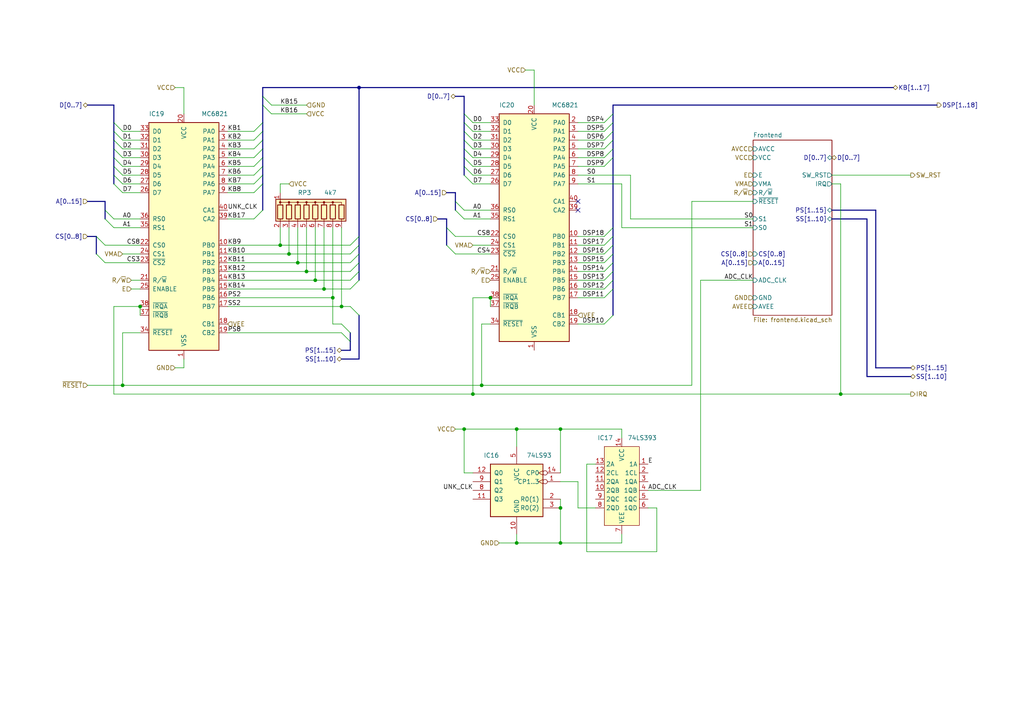
<source format=kicad_sch>
(kicad_sch (version 20211123) (generator eeschema)
  (paper "A4")
  (lib_symbols
    (symbol "74xx:74LS93" (pin_names (offset 1.016))
      (property "Reference" "U" (at -7.62 8.89 0))
      (property "Value" "74LS93" (at -7.62 -8.89 0))
      (symbol "74LS93_1_0"
        (pin input inverted_clock (at -12.7 2.54 0) (length 5.08) (name "CP1..3") (number "1"))
        (pin power_in line (at 0 -12.7 90) (length 5.08) (name "GND") (number "10"))
        (pin output line (at 12.7 -2.54 180) (length 5.08) (name "Q3") (number "11"))
        (pin output line (at 12.7 5.08 180) (length 5.08) (name "Q0") (number "12"))
        (pin input inverted_clock (at -12.7 5.08 0) (length 5.08) (name "CP0") (number "14"))
        (pin input line (at -12.7 -2.54 0) (length 5.08) (name "R0(1)") (number "2"))
        (pin input line (at -12.7 -5.08 0) (length 5.08) (name "R0(2)") (number "3"))
        (pin power_in line (at 0 12.7 270) (length 5.08) (name "VCC") (number "5"))
        (pin output line (at 12.7 0 180) (length 5.08) (name "Q2") (number "8"))
        (pin output line (at 12.7 2.54 180) (length 5.08) (name "Q1") (number "9"))
      )
      (symbol "74LS93_1_1"
        (rectangle (start -7.62 7.62) (end 7.62 -7.62) (stroke (width 0.254)) (fill (type background)))
      )
    )
    (symbol "Custom:74LS393"
      (property "Reference" "U?" (at 0 0 0))
      (property "Value" "74LS393" (at 10.16 0 0))
      (symbol "74LS393_0_1"
        (rectangle (start 0 -2.54) (end 10.16 -25.4) (fill (type background)))
      )
      (symbol "74LS393_1_1"
        (pin input line (at -2.54 -7.62 0) (length 2.54) (name "1A") (number "1"))
        (pin input line (at 12.7 -15.24 180) (length 2.54) (name "2QB") (number "10"))
        (pin input line (at 12.7 -12.7 180) (length 2.54) (name "2QA") (number "11"))
        (pin input line (at 12.7 -10.16 180) (length 2.54) (name "2CL") (number "12"))
        (pin input line (at 12.7 -7.62 180) (length 2.54) (name "2A") (number "13"))
        (pin input line (at 5.08 0 270) (length 2.54) (name "VCC") (number "14"))
        (pin input line (at -2.54 -10.16 0) (length 2.54) (name "1CL") (number "2"))
        (pin input line (at -2.54 -12.7 0) (length 2.54) (name "1QA") (number "3"))
        (pin input line (at -2.54 -15.24 0) (length 2.54) (name "1QB") (number "4"))
        (pin input line (at -2.54 -17.78 0) (length 2.54) (name "1QC") (number "5"))
        (pin input line (at -2.54 -20.32 0) (length 2.54) (name "1QD") (number "6"))
        (pin input line (at 5.08 -27.94 90) (length 2.54) (name "VEE") (number "7"))
        (pin input line (at 12.7 -20.32 180) (length 2.54) (name "2QD") (number "8"))
        (pin input line (at 12.7 -17.78 180) (length 2.54) (name "2QC") (number "9"))
      )
    )
    (symbol "Device:R_Network08" (pin_names (offset 0) hide)
      (property "Reference" "RN" (at -12.7 0 90))
      (property "Value" "R_Network08" (at 10.16 0 90))
      (symbol "R_Network08_0_1"
        (rectangle (start -11.43 -3.175) (end 8.89 3.175) (stroke (width 0.254)) (fill (type background)))
        (rectangle (start -10.922 1.524) (end -9.398 -2.54) (stroke (width 0.254)))
        (circle (center -10.16 2.286) (radius 0.254) (fill (type outline)))
        (rectangle (start -8.382 1.524) (end -6.858 -2.54) (stroke (width 0.254)))
        (circle (center -7.62 2.286) (radius 0.254) (fill (type outline)))
        (rectangle (start -5.842 1.524) (end -4.318 -2.54) (stroke (width 0.254)))
        (circle (center -5.08 2.286) (radius 0.254) (fill (type outline)))
        (rectangle (start -3.302 1.524) (end -1.778 -2.54) (stroke (width 0.254)))
        (circle (center -2.54 2.286) (radius 0.254) (fill (type outline)))
        (rectangle (start -0.762 1.524) (end 0.762 -2.54) (stroke (width 0.254)))
        (polyline (pts (xy -10.16 -2.54) (xy -10.16 -3.81)))
        (polyline (pts (xy -7.62 -2.54) (xy -7.62 -3.81)))
        (polyline (pts (xy -5.08 -2.54) (xy -5.08 -3.81)))
        (polyline (pts (xy -2.54 -2.54) (xy -2.54 -3.81)))
        (polyline (pts (xy 0 -2.54) (xy 0 -3.81)))
        (polyline (pts (xy 2.54 -2.54) (xy 2.54 -3.81)))
        (polyline (pts (xy 5.08 -2.54) (xy 5.08 -3.81)))
        (polyline (pts (xy 7.62 -2.54) (xy 7.62 -3.81)))
        (polyline (pts (xy -10.16 1.524) (xy -10.16 2.286) (xy -7.62 2.286) (xy -7.62 1.524)))
        (polyline (pts (xy -7.62 1.524) (xy -7.62 2.286) (xy -5.08 2.286) (xy -5.08 1.524)))
        (polyline (pts (xy -5.08 1.524) (xy -5.08 2.286) (xy -2.54 2.286) (xy -2.54 1.524)))
        (polyline (pts (xy -2.54 1.524) (xy -2.54 2.286) (xy 0 2.286) (xy 0 1.524)))
        (polyline (pts (xy 0 1.524) (xy 0 2.286) (xy 2.54 2.286) (xy 2.54 1.524)))
        (polyline (pts (xy 2.54 1.524) (xy 2.54 2.286) (xy 5.08 2.286) (xy 5.08 1.524)))
        (polyline (pts (xy 5.08 1.524) (xy 5.08 2.286) (xy 7.62 2.286) (xy 7.62 1.524)))
        (circle (center 0 2.286) (radius 0.254) (fill (type outline)))
        (rectangle (start 1.778 1.524) (end 3.302 -2.54) (stroke (width 0.254)))
        (circle (center 2.54 2.286) (radius 0.254) (fill (type outline)))
        (rectangle (start 4.318 1.524) (end 5.842 -2.54) (stroke (width 0.254)))
        (circle (center 5.08 2.286) (radius 0.254) (fill (type outline)))
        (rectangle (start 6.858 1.524) (end 8.382 -2.54) (stroke (width 0.254)))
      )
      (symbol "R_Network08_1_1"
        (pin passive line (at -10.16 5.08 270) (length 2.54) (name "common") (number "1"))
        (pin passive line (at -10.16 -5.08 90) (length 1.27) (name "R1") (number "2"))
        (pin passive line (at -7.62 -5.08 90) (length 1.27) (name "R2") (number "3"))
        (pin passive line (at -5.08 -5.08 90) (length 1.27) (name "R3") (number "4"))
        (pin passive line (at -2.54 -5.08 90) (length 1.27) (name "R4") (number "5"))
        (pin passive line (at 0 -5.08 90) (length 1.27) (name "R5") (number "6"))
        (pin passive line (at 2.54 -5.08 90) (length 1.27) (name "R6") (number "7"))
        (pin passive line (at 5.08 -5.08 90) (length 1.27) (name "R7") (number "8"))
        (pin passive line (at 7.62 -5.08 90) (length 1.27) (name "R8") (number "9"))
      )
    )
    (symbol "Interface:6821" (pin_names (offset 1.016))
      (property "Reference" "U" (at -7.62 34.29 0))
      (property "Value" "6821" (at 10.16 34.29 0))
      (symbol "6821_0_1"
        (rectangle (start -10.16 -33.02) (end 10.16 33.02) (stroke (width 0.254)) (fill (type background)))
      )
      (symbol "6821_1_1"
        (pin power_in line (at 0 -35.56 90) (length 2.54) (name "VSS") (number "1"))
        (pin bidirectional line (at 12.7 -2.54 180) (length 2.54) (name "PB0") (number "10"))
        (pin bidirectional line (at 12.7 -5.08 180) (length 2.54) (name "PB1") (number "11"))
        (pin bidirectional line (at 12.7 -7.62 180) (length 2.54) (name "PB2") (number "12"))
        (pin bidirectional line (at 12.7 -10.16 180) (length 2.54) (name "PB3") (number "13"))
        (pin bidirectional line (at 12.7 -12.7 180) (length 2.54) (name "PB4") (number "14"))
        (pin bidirectional line (at 12.7 -15.24 180) (length 2.54) (name "PB5") (number "15"))
        (pin bidirectional line (at 12.7 -17.78 180) (length 2.54) (name "PB6") (number "16"))
        (pin bidirectional line (at 12.7 -20.32 180) (length 2.54) (name "PB7") (number "17"))
        (pin input line (at 12.7 -25.4 180) (length 2.54) (name "CB1") (number "18"))
        (pin bidirectional line (at 12.7 -27.94 180) (length 2.54) (name "CB2") (number "19"))
        (pin bidirectional line (at 12.7 30.48 180) (length 2.54) (name "PA0") (number "2"))
        (pin power_in line (at 0 35.56 270) (length 2.54) (name "VCC") (number "20"))
        (pin input line (at -12.7 -12.7 0) (length 2.54) (name "R/~{W}") (number "21"))
        (pin input line (at -12.7 -2.54 0) (length 2.54) (name "CS0") (number "22"))
        (pin input line (at -12.7 -7.62 0) (length 2.54) (name "~{CS2}") (number "23"))
        (pin input line (at -12.7 -5.08 0) (length 2.54) (name "CS1") (number "24"))
        (pin input line (at -12.7 -15.24 0) (length 2.54) (name "ENABLE") (number "25"))
        (pin bidirectional line (at -12.7 12.7 0) (length 2.54) (name "D7") (number "26"))
        (pin bidirectional line (at -12.7 15.24 0) (length 2.54) (name "D6") (number "27"))
        (pin bidirectional line (at -12.7 17.78 0) (length 2.54) (name "D5") (number "28"))
        (pin bidirectional line (at -12.7 20.32 0) (length 2.54) (name "D4") (number "29"))
        (pin bidirectional line (at 12.7 27.94 180) (length 2.54) (name "PA1") (number "3"))
        (pin bidirectional line (at -12.7 22.86 0) (length 2.54) (name "D3") (number "30"))
        (pin bidirectional line (at -12.7 25.4 0) (length 2.54) (name "D2") (number "31"))
        (pin bidirectional line (at -12.7 27.94 0) (length 2.54) (name "D1") (number "32"))
        (pin bidirectional line (at -12.7 30.48 0) (length 2.54) (name "D0") (number "33"))
        (pin input line (at -12.7 -27.94 0) (length 2.54) (name "~{RESET}") (number "34"))
        (pin input line (at -12.7 2.54 0) (length 2.54) (name "RS1") (number "35"))
        (pin input line (at -12.7 5.08 0) (length 2.54) (name "RS0") (number "36"))
        (pin open_collector line (at -12.7 -22.86 0) (length 2.54) (name "~{IRQB}") (number "37"))
        (pin open_collector line (at -12.7 -20.32 0) (length 2.54) (name "~{IRQA}") (number "38"))
        (pin bidirectional line (at 12.7 5.08 180) (length 2.54) (name "CA2") (number "39"))
        (pin bidirectional line (at 12.7 25.4 180) (length 2.54) (name "PA2") (number "4"))
        (pin input line (at 12.7 7.62 180) (length 2.54) (name "CA1") (number "40"))
        (pin bidirectional line (at 12.7 22.86 180) (length 2.54) (name "PA3") (number "5"))
        (pin bidirectional line (at 12.7 20.32 180) (length 2.54) (name "PA4") (number "6"))
        (pin bidirectional line (at 12.7 17.78 180) (length 2.54) (name "PA5") (number "7"))
        (pin bidirectional line (at 12.7 15.24 180) (length 2.54) (name "PA6") (number "8"))
        (pin bidirectional line (at 12.7 12.7 180) (length 2.54) (name "PA7") (number "9"))
      )
    )
  )
  (junction (at 99.06 88.9))
  (junction (at 86.36 76.2))
  (junction (at 83.82 73.66))
  (junction (at 137.16 114.3))
  (junction (at 91.44 81.28))
  (junction (at 104.14 25.4))
  (junction (at 88.9 78.74))
  (junction (at 149.86 157.48))
  (junction (at 162.56 157.48))
  (junction (at 149.86 124.46))
  (junction (at 81.28 71.12))
  (junction (at 35.56 111.76))
  (junction (at 40.64 88.9))
  (junction (at 142.24 86.36))
  (junction (at 134.62 124.46))
  (junction (at 162.56 147.32))
  (junction (at 139.7 111.76))
  (junction (at 93.98 83.82))
  (junction (at 96.52 86.36))
  (junction (at 243.84 114.3))
  (junction (at 162.56 124.46))
  (no_connect (at 167.64 60.96))
  (no_connect (at 167.64 58.42))
  (bus_entry (at 177.8 68.58) (size -2.54 2.54))
  (bus_entry (at 134.62 40.64) (size 2.54 2.54))
  (bus_entry (at 73.66 50.8) (size 2.54 -2.54))
  (bus_entry (at 73.66 53.34) (size 2.54 -2.54))
  (bus_entry (at 73.66 55.88) (size 2.54 -2.54))
  (bus_entry (at 73.66 63.5) (size 2.54 -2.54))
  (bus_entry (at 101.6 71.12) (size 2.54 -2.54))
  (bus_entry (at 101.6 73.66) (size 2.54 -2.54))
  (bus_entry (at 101.6 76.2) (size 2.54 -2.54))
  (bus_entry (at 101.6 78.74) (size 2.54 -2.54))
  (bus_entry (at 101.6 81.28) (size 2.54 -2.54))
  (bus_entry (at 101.6 83.82) (size 2.54 -2.54))
  (bus_entry (at 73.66 43.18) (size 2.54 -2.54))
  (bus_entry (at 73.66 45.72) (size 2.54 -2.54))
  (bus_entry (at 73.66 48.26) (size 2.54 -2.54))
  (bus_entry (at 73.66 38.1) (size 2.54 -2.54))
  (bus_entry (at 73.66 40.64) (size 2.54 -2.54))
  (bus_entry (at 78.74 30.48) (size -2.54 -2.54))
  (bus_entry (at 78.74 33.02) (size -2.54 -2.54))
  (bus_entry (at 101.6 88.9) (size 2.54 2.54))
  (bus_entry (at 33.02 43.18) (size 2.54 2.54))
  (bus_entry (at 99.06 93.98) (size 2.54 2.54))
  (bus_entry (at 33.02 38.1) (size 2.54 2.54))
  (bus_entry (at 134.62 33.02) (size 2.54 2.54))
  (bus_entry (at 177.8 78.74) (size -2.54 2.54))
  (bus_entry (at 177.8 81.28) (size -2.54 2.54))
  (bus_entry (at 33.02 40.64) (size 2.54 2.54))
  (bus_entry (at 177.8 91.44) (size -2.54 2.54))
  (bus_entry (at 132.08 58.42) (size 2.54 2.54))
  (bus_entry (at 33.02 53.34) (size 2.54 2.54))
  (bus_entry (at 177.8 73.66) (size -2.54 2.54))
  (bus_entry (at 177.8 43.18) (size -2.54 2.54))
  (bus_entry (at 177.8 40.64) (size -2.54 2.54))
  (bus_entry (at 33.02 35.56) (size 2.54 2.54))
  (bus_entry (at 33.02 50.8) (size 2.54 2.54))
  (bus_entry (at 30.48 60.96) (size 2.54 2.54))
  (bus_entry (at 177.8 35.56) (size -2.54 2.54))
  (bus_entry (at 134.62 45.72) (size 2.54 2.54))
  (bus_entry (at 99.06 96.52) (size 2.54 2.54))
  (bus_entry (at 134.62 38.1) (size 2.54 2.54))
  (bus_entry (at 134.62 35.56) (size 2.54 2.54))
  (bus_entry (at 134.62 50.8) (size 2.54 2.54))
  (bus_entry (at 129.54 66.04) (size 2.54 2.54))
  (bus_entry (at 129.54 71.12) (size 2.54 2.54))
  (bus_entry (at 33.02 48.26) (size 2.54 2.54))
  (bus_entry (at 134.62 48.26) (size 2.54 2.54))
  (bus_entry (at 177.8 71.12) (size -2.54 2.54))
  (bus_entry (at 132.08 60.96) (size 2.54 2.54))
  (bus_entry (at 177.8 33.02) (size -2.54 2.54))
  (bus_entry (at 177.8 66.04) (size -2.54 2.54))
  (bus_entry (at 33.02 45.72) (size 2.54 2.54))
  (bus_entry (at 177.8 83.82) (size -2.54 2.54))
  (bus_entry (at 177.8 76.2) (size -2.54 2.54))
  (bus_entry (at 177.8 45.72) (size -2.54 2.54))
  (bus_entry (at 134.62 43.18) (size 2.54 2.54))
  (bus_entry (at 30.48 63.5) (size 2.54 2.54))
  (bus_entry (at 27.94 68.58) (size 2.54 2.54))
  (bus_entry (at 177.8 38.1) (size -2.54 2.54))
  (bus_entry (at 27.94 73.66) (size 2.54 2.54))
  (wire (pts (xy 134.62 137.16) (xy 137.16 137.16)))
  (wire (pts (xy 137.16 86.36) (xy 142.24 86.36)))
  (wire (pts (xy 180.34 124.46) (xy 162.56 124.46)))
  (wire (pts (xy 175.26 93.98) (xy 167.64 93.98)))
  (wire (pts (xy 66.04 45.72) (xy 73.66 45.72)))
  (bus (pts (xy 33.02 30.48) (xy 33.02 35.56)))
  (wire (pts (xy 35.56 40.64) (xy 40.64 40.64)))
  (wire (pts (xy 66.04 50.8) (xy 73.66 50.8)))
  (bus (pts (xy 101.6 99.06) (xy 101.6 101.6)))
  (wire (pts (xy 167.64 53.34) (xy 180.34 53.34)))
  (wire (pts (xy 137.16 43.18) (xy 142.24 43.18)))
  (wire (pts (xy 96.52 86.36) (xy 96.52 93.98)))
  (wire (pts (xy 187.96 142.24) (xy 203.2 142.24)))
  (bus (pts (xy 134.62 45.72) (xy 134.62 48.26)))
  (wire (pts (xy 81.28 53.34) (xy 81.28 55.88)))
  (bus (pts (xy 177.8 35.56) (xy 177.8 38.1)))
  (wire (pts (xy 83.82 66.04) (xy 83.82 73.66)))
  (wire (pts (xy 66.04 38.1) (xy 73.66 38.1)))
  (bus (pts (xy 104.14 71.12) (xy 104.14 73.66)))
  (wire (pts (xy 66.04 73.66) (xy 83.82 73.66)))
  (wire (pts (xy 200.66 111.76) (xy 200.66 58.42)))
  (bus (pts (xy 127 63.5) (xy 129.54 63.5)))
  (wire (pts (xy 175.26 68.58) (xy 167.64 68.58)))
  (wire (pts (xy 81.28 66.04) (xy 81.28 71.12)))
  (wire (pts (xy 66.04 96.52) (xy 99.06 96.52)))
  (wire (pts (xy 99.06 93.98) (xy 96.52 93.98)))
  (wire (pts (xy 137.16 48.26) (xy 142.24 48.26)))
  (wire (pts (xy 99.06 88.9) (xy 101.6 88.9)))
  (wire (pts (xy 35.56 111.76) (xy 35.56 96.52)))
  (wire (pts (xy 35.56 73.66) (xy 40.64 73.66)))
  (wire (pts (xy 93.98 83.82) (xy 101.6 83.82)))
  (wire (pts (xy 86.36 76.2) (xy 101.6 76.2)))
  (bus (pts (xy 99.06 101.6) (xy 101.6 101.6)))
  (wire (pts (xy 33.02 88.9) (xy 40.64 88.9)))
  (wire (pts (xy 66.04 71.12) (xy 81.28 71.12)))
  (bus (pts (xy 104.14 68.58) (xy 104.14 25.4)))
  (wire (pts (xy 175.26 40.64) (xy 167.64 40.64)))
  (bus (pts (xy 251.46 109.22) (xy 251.46 63.5)))
  (bus (pts (xy 30.48 58.42) (xy 30.48 60.96)))
  (wire (pts (xy 132.08 68.58) (xy 142.24 68.58)))
  (bus (pts (xy 104.14 91.44) (xy 104.14 104.14)))
  (bus (pts (xy 177.8 76.2) (xy 177.8 78.74)))
  (wire (pts (xy 241.3 50.8) (xy 264.16 50.8)))
  (bus (pts (xy 177.8 71.12) (xy 177.8 73.66)))
  (bus (pts (xy 129.54 55.88) (xy 132.08 55.88)))
  (bus (pts (xy 76.2 38.1) (xy 76.2 40.64)))
  (wire (pts (xy 30.48 71.12) (xy 40.64 71.12)))
  (wire (pts (xy 134.62 63.5) (xy 142.24 63.5)))
  (wire (pts (xy 134.62 124.46) (xy 134.62 137.16)))
  (bus (pts (xy 129.54 66.04) (xy 129.54 71.12)))
  (bus (pts (xy 25.4 30.48) (xy 33.02 30.48)))
  (wire (pts (xy 137.16 53.34) (xy 142.24 53.34)))
  (wire (pts (xy 152.4 20.32) (xy 154.94 20.32)))
  (wire (pts (xy 137.16 40.64) (xy 142.24 40.64)))
  (wire (pts (xy 142.24 71.12) (xy 137.16 71.12)))
  (wire (pts (xy 142.24 86.36) (xy 142.24 88.9)))
  (bus (pts (xy 134.62 48.26) (xy 134.62 50.8)))
  (bus (pts (xy 241.3 60.96) (xy 254 60.96)))
  (bus (pts (xy 264.16 109.22) (xy 251.46 109.22)))
  (bus (pts (xy 177.8 33.02) (xy 177.8 35.56)))
  (bus (pts (xy 76.2 35.56) (xy 76.2 38.1)))
  (wire (pts (xy 172.72 147.32) (xy 167.64 147.32)))
  (bus (pts (xy 177.8 30.48) (xy 177.8 33.02)))
  (wire (pts (xy 93.98 66.04) (xy 93.98 83.82)))
  (bus (pts (xy 134.62 33.02) (xy 134.62 35.56)))
  (wire (pts (xy 66.04 88.9) (xy 99.06 88.9)))
  (wire (pts (xy 81.28 71.12) (xy 101.6 71.12)))
  (wire (pts (xy 162.56 137.16) (xy 162.56 124.46)))
  (wire (pts (xy 137.16 45.72) (xy 142.24 45.72)))
  (wire (pts (xy 200.66 58.42) (xy 218.44 58.42)))
  (wire (pts (xy 180.34 66.04) (xy 180.34 53.34)))
  (bus (pts (xy 25.4 58.42) (xy 30.48 58.42)))
  (wire (pts (xy 50.8 106.68) (xy 53.34 106.68)))
  (wire (pts (xy 66.04 78.74) (xy 88.9 78.74)))
  (wire (pts (xy 175.26 48.26) (xy 167.64 48.26)))
  (bus (pts (xy 104.14 68.58) (xy 104.14 71.12)))
  (bus (pts (xy 76.2 43.18) (xy 76.2 45.72)))
  (wire (pts (xy 162.56 147.32) (xy 162.56 157.48)))
  (bus (pts (xy 76.2 50.8) (xy 76.2 53.34)))
  (bus (pts (xy 76.2 25.4) (xy 104.14 25.4)))
  (wire (pts (xy 35.56 43.18) (xy 40.64 43.18)))
  (wire (pts (xy 66.04 40.64) (xy 73.66 40.64)))
  (wire (pts (xy 66.04 53.34) (xy 73.66 53.34)))
  (wire (pts (xy 33.02 66.04) (xy 40.64 66.04)))
  (wire (pts (xy 137.16 38.1) (xy 142.24 38.1)))
  (wire (pts (xy 175.26 78.74) (xy 167.64 78.74)))
  (wire (pts (xy 167.64 50.8) (xy 182.88 50.8)))
  (wire (pts (xy 35.56 96.52) (xy 40.64 96.52)))
  (wire (pts (xy 187.96 147.32) (xy 190.5 147.32)))
  (bus (pts (xy 33.02 45.72) (xy 33.02 48.26)))
  (wire (pts (xy 180.34 124.46) (xy 180.34 127)))
  (wire (pts (xy 53.34 104.14) (xy 53.34 106.68)))
  (wire (pts (xy 243.84 114.3) (xy 137.16 114.3)))
  (bus (pts (xy 177.8 38.1) (xy 177.8 40.64)))
  (wire (pts (xy 180.34 66.04) (xy 218.44 66.04)))
  (wire (pts (xy 35.56 55.88) (xy 40.64 55.88)))
  (wire (pts (xy 175.26 45.72) (xy 167.64 45.72)))
  (wire (pts (xy 53.34 25.4) (xy 53.34 33.02)))
  (wire (pts (xy 175.26 73.66) (xy 167.64 73.66)))
  (wire (pts (xy 134.62 124.46) (xy 149.86 124.46)))
  (wire (pts (xy 203.2 81.28) (xy 218.44 81.28)))
  (bus (pts (xy 25.4 68.58) (xy 27.94 68.58)))
  (wire (pts (xy 33.02 114.3) (xy 33.02 88.9)))
  (wire (pts (xy 78.74 33.02) (xy 88.9 33.02)))
  (bus (pts (xy 33.02 40.64) (xy 33.02 43.18)))
  (bus (pts (xy 104.14 25.4) (xy 259.08 25.4)))
  (wire (pts (xy 38.1 81.28) (xy 40.64 81.28)))
  (wire (pts (xy 241.3 53.34) (xy 243.84 53.34)))
  (wire (pts (xy 162.56 157.48) (xy 149.86 157.48)))
  (bus (pts (xy 177.8 73.66) (xy 177.8 76.2)))
  (wire (pts (xy 91.44 66.04) (xy 91.44 81.28)))
  (bus (pts (xy 76.2 53.34) (xy 76.2 60.96)))
  (wire (pts (xy 88.9 78.74) (xy 101.6 78.74)))
  (wire (pts (xy 132.08 124.46) (xy 134.62 124.46)))
  (wire (pts (xy 33.02 114.3) (xy 137.16 114.3)))
  (wire (pts (xy 139.7 111.76) (xy 200.66 111.76)))
  (wire (pts (xy 88.9 66.04) (xy 88.9 78.74)))
  (wire (pts (xy 50.8 25.4) (xy 53.34 25.4)))
  (wire (pts (xy 180.34 154.94) (xy 180.34 157.48)))
  (wire (pts (xy 172.72 134.62) (xy 170.18 134.62)))
  (bus (pts (xy 76.2 30.48) (xy 76.2 35.56)))
  (wire (pts (xy 137.16 35.56) (xy 142.24 35.56)))
  (bus (pts (xy 134.62 38.1) (xy 134.62 40.64)))
  (wire (pts (xy 162.56 124.46) (xy 149.86 124.46)))
  (wire (pts (xy 175.26 35.56) (xy 167.64 35.56)))
  (wire (pts (xy 149.86 154.94) (xy 149.86 157.48)))
  (wire (pts (xy 182.88 50.8) (xy 182.88 63.5)))
  (bus (pts (xy 177.8 45.72) (xy 177.8 66.04)))
  (wire (pts (xy 35.56 111.76) (xy 139.7 111.76)))
  (bus (pts (xy 76.2 25.4) (xy 76.2 27.94)))
  (wire (pts (xy 167.64 147.32) (xy 167.64 139.7)))
  (wire (pts (xy 96.52 66.04) (xy 96.52 86.36)))
  (bus (pts (xy 177.8 68.58) (xy 177.8 71.12)))
  (bus (pts (xy 132.08 58.42) (xy 132.08 60.96)))
  (wire (pts (xy 33.02 63.5) (xy 40.64 63.5)))
  (wire (pts (xy 203.2 81.28) (xy 203.2 142.24)))
  (wire (pts (xy 83.82 73.66) (xy 101.6 73.66)))
  (wire (pts (xy 66.04 55.88) (xy 73.66 55.88)))
  (bus (pts (xy 104.14 73.66) (xy 104.14 76.2)))
  (wire (pts (xy 182.88 63.5) (xy 218.44 63.5)))
  (bus (pts (xy 104.14 78.74) (xy 104.14 81.28)))
  (wire (pts (xy 149.86 124.46) (xy 149.86 129.54)))
  (bus (pts (xy 132.08 55.88) (xy 132.08 58.42)))
  (wire (pts (xy 35.56 38.1) (xy 40.64 38.1)))
  (bus (pts (xy 33.02 38.1) (xy 33.02 40.64)))
  (bus (pts (xy 177.8 78.74) (xy 177.8 81.28)))
  (bus (pts (xy 134.62 27.94) (xy 134.62 33.02)))
  (wire (pts (xy 175.26 43.18) (xy 167.64 43.18)))
  (bus (pts (xy 76.2 40.64) (xy 76.2 43.18)))
  (wire (pts (xy 132.08 73.66) (xy 142.24 73.66)))
  (wire (pts (xy 99.06 66.04) (xy 99.06 88.9)))
  (bus (pts (xy 33.02 50.8) (xy 33.02 53.34)))
  (wire (pts (xy 144.78 157.48) (xy 149.86 157.48)))
  (bus (pts (xy 27.94 68.58) (xy 27.94 73.66)))
  (wire (pts (xy 83.82 53.34) (xy 81.28 53.34)))
  (wire (pts (xy 40.64 88.9) (xy 40.64 91.44)))
  (bus (pts (xy 177.8 81.28) (xy 177.8 83.82)))
  (bus (pts (xy 33.02 35.56) (xy 33.02 38.1)))
  (wire (pts (xy 167.64 139.7) (xy 162.56 139.7)))
  (wire (pts (xy 137.16 50.8) (xy 142.24 50.8)))
  (wire (pts (xy 142.24 93.98) (xy 139.7 93.98)))
  (wire (pts (xy 25.4 111.76) (xy 35.56 111.76)))
  (wire (pts (xy 66.04 83.82) (xy 93.98 83.82)))
  (bus (pts (xy 241.3 63.5) (xy 251.46 63.5)))
  (wire (pts (xy 35.56 48.26) (xy 40.64 48.26)))
  (bus (pts (xy 99.06 104.14) (xy 104.14 104.14)))
  (wire (pts (xy 139.7 93.98) (xy 139.7 111.76)))
  (wire (pts (xy 175.26 83.82) (xy 167.64 83.82)))
  (wire (pts (xy 66.04 86.36) (xy 96.52 86.36)))
  (bus (pts (xy 129.54 66.04) (xy 129.54 63.5)))
  (bus (pts (xy 254 106.68) (xy 264.16 106.68)))
  (wire (pts (xy 66.04 81.28) (xy 91.44 81.28)))
  (bus (pts (xy 134.62 43.18) (xy 134.62 45.72)))
  (bus (pts (xy 134.62 35.56) (xy 134.62 38.1)))
  (wire (pts (xy 66.04 76.2) (xy 86.36 76.2)))
  (bus (pts (xy 33.02 43.18) (xy 33.02 45.72)))
  (wire (pts (xy 66.04 63.5) (xy 73.66 63.5)))
  (wire (pts (xy 175.26 76.2) (xy 167.64 76.2)))
  (wire (pts (xy 78.74 30.48) (xy 88.9 30.48)))
  (wire (pts (xy 175.26 38.1) (xy 167.64 38.1)))
  (wire (pts (xy 91.44 81.28) (xy 101.6 81.28)))
  (bus (pts (xy 101.6 96.52) (xy 101.6 99.06)))
  (wire (pts (xy 175.26 71.12) (xy 167.64 71.12)))
  (wire (pts (xy 38.1 83.82) (xy 40.64 83.82)))
  (wire (pts (xy 180.34 157.48) (xy 162.56 157.48)))
  (wire (pts (xy 66.04 48.26) (xy 73.66 48.26)))
  (wire (pts (xy 137.16 86.36) (xy 137.16 114.3)))
  (wire (pts (xy 175.26 86.36) (xy 167.64 86.36)))
  (wire (pts (xy 86.36 66.04) (xy 86.36 76.2)))
  (wire (pts (xy 162.56 144.78) (xy 162.56 147.32)))
  (bus (pts (xy 177.8 43.18) (xy 177.8 45.72)))
  (bus (pts (xy 177.8 66.04) (xy 177.8 68.58)))
  (bus (pts (xy 76.2 48.26) (xy 76.2 50.8)))
  (wire (pts (xy 170.18 160.02) (xy 170.18 134.62)))
  (wire (pts (xy 243.84 53.34) (xy 243.84 114.3)))
  (wire (pts (xy 35.56 53.34) (xy 40.64 53.34)))
  (bus (pts (xy 132.08 27.94) (xy 134.62 27.94)))
  (wire (pts (xy 30.48 76.2) (xy 40.64 76.2)))
  (wire (pts (xy 175.26 81.28) (xy 167.64 81.28)))
  (bus (pts (xy 177.8 83.82) (xy 177.8 91.44)))
  (wire (pts (xy 264.16 114.3) (xy 243.84 114.3)))
  (wire (pts (xy 170.18 160.02) (xy 190.5 160.02)))
  (wire (pts (xy 190.5 147.32) (xy 190.5 160.02)))
  (bus (pts (xy 33.02 48.26) (xy 33.02 50.8)))
  (bus (pts (xy 177.8 30.48) (xy 271.78 30.48)))
  (wire (pts (xy 35.56 45.72) (xy 40.64 45.72)))
  (bus (pts (xy 104.14 76.2) (xy 104.14 78.74)))
  (wire (pts (xy 134.62 60.96) (xy 142.24 60.96)))
  (bus (pts (xy 76.2 27.94) (xy 76.2 30.48)))
  (bus (pts (xy 254 60.96) (xy 254 106.68)))
  (wire (pts (xy 66.04 43.18) (xy 73.66 43.18)))
  (bus (pts (xy 177.8 40.64) (xy 177.8 43.18)))
  (wire (pts (xy 35.56 50.8) (xy 40.64 50.8)))
  (bus (pts (xy 30.48 60.96) (xy 30.48 63.5)))
  (bus (pts (xy 134.62 40.64) (xy 134.62 43.18)))
  (wire (pts (xy 154.94 20.32) (xy 154.94 30.48)))
  (bus (pts (xy 76.2 45.72) (xy 76.2 48.26)))
  (label "KB12" (at 66.04 78.74 0))
  (label "DSP13" (at 175.26 81.28 180))
  (label "D6" (at 137.16 50.8 0))
  (label "KB4" (at 66.04 45.72 0))
  (label "KB15" (at 81.28 30.48 0))
  (label "DSP18" (at 175.26 68.58 180))
  (label "DSP12" (at 175.26 83.82 180))
  (label "DSP9" (at 175.26 48.26 180))
  (label "KB7" (at 66.04 53.34 0))
  (label "CS4" (at 142.24 73.66 180))
  (label "A1" (at 35.56 66.04 0))
  (label "CS8" (at 142.24 68.58 180))
  (label "DSP4" (at 175.26 35.56 180))
  (label "S0" (at 218.44 63.5 180))
  (label "D4" (at 137.16 45.72 0))
  (label "KB14" (at 66.04 83.82 0))
  (label "DSP16" (at 175.26 73.66 180))
  (label "KB2" (at 66.04 40.64 0))
  (label "D5" (at 137.16 48.26 0))
  (label "KB5" (at 66.04 48.26 0))
  (label "D5" (at 35.56 50.8 0))
  (label "KB9" (at 66.04 71.12 0))
  (label "S1" (at 218.44 66.04 180))
  (label "S0" (at 170.18 50.8 0))
  (label "KB3" (at 66.04 43.18 0))
  (label "D1" (at 35.56 40.64 0))
  (label "D4" (at 35.56 48.26 0))
  (label "D6" (at 35.56 53.34 0))
  (label "KB1" (at 66.04 38.1 0))
  (label "ADC_CLK" (at 187.96 142.24 0))
  (label "E" (at 187.96 134.62 0))
  (label "DSP17" (at 175.26 71.12 180))
  (label "PS8" (at 66.04 96.52 0))
  (label "UNK_CLK" (at 66.04 60.96 0))
  (label "CS8" (at 40.64 71.12 180))
  (label "KB10" (at 66.04 73.66 0))
  (label "KB6" (at 66.04 50.8 0))
  (label "D3" (at 35.56 45.72 0))
  (label "D7" (at 35.56 55.88 0))
  (label "D0" (at 137.16 35.56 0))
  (label "CS3" (at 40.64 76.2 180))
  (label "A1" (at 137.16 63.5 0))
  (label "DSP6" (at 175.26 40.64 180))
  (label "DSP7" (at 175.26 43.18 180))
  (label "KB16" (at 81.28 33.02 0))
  (label "ADC_CLK" (at 218.44 81.28 180))
  (label "A0" (at 35.56 63.5 0))
  (label "D1" (at 137.16 38.1 0))
  (label "DSP10" (at 175.26 93.98 180))
  (label "D7" (at 137.16 53.34 0))
  (label "SS2" (at 66.04 88.9 0))
  (label "D2" (at 137.16 40.64 0))
  (label "D0" (at 35.56 38.1 0))
  (label "KB17" (at 66.04 63.5 0))
  (label "KB13" (at 66.04 81.28 0))
  (label "D2" (at 35.56 43.18 0))
  (label "KB11" (at 66.04 76.2 0))
  (label "UNK_CLK" (at 137.16 142.24 180))
  (label "DSP5" (at 175.26 38.1 180))
  (label "KB8" (at 66.04 55.88 0))
  (label "D3" (at 137.16 43.18 0))
  (label "DSP8" (at 175.26 45.72 180))
  (label "S1" (at 170.18 53.34 0))
  (label "A0" (at 137.16 60.96 0))
  (label "DSP14" (at 175.26 78.74 180))
  (label "PS2" (at 66.04 86.36 0))
  (label "DSP15" (at 175.26 76.2 180))
  (label "DSP11" (at 175.26 86.36 180))
  (hierarchical_label "IRQ" (shape output) (at 264.16 114.3 0))
  (hierarchical_label "~{RESET}" (shape input) (at 25.4 111.76 180))
  (hierarchical_label "R{slash}~{W}" (shape input) (at 142.24 78.74 180))
  (hierarchical_label "GND" (shape input) (at 88.9 30.48 0))
  (hierarchical_label "A[0..15]" (shape input) (at 218.44 76.2 180))
  (hierarchical_label "VMA" (shape input) (at 218.44 53.34 180))
  (hierarchical_label "VMA" (shape input) (at 35.56 73.66 180))
  (hierarchical_label "AVEE" (shape input) (at 218.44 88.9 180))
  (hierarchical_label "VMA" (shape input) (at 137.16 71.12 180))
  (hierarchical_label "VEE" (shape input) (at 66.04 93.98 0))
  (hierarchical_label "VCC" (shape input) (at 132.08 124.46 180))
  (hierarchical_label "CS[0..8]" (shape input) (at 218.44 73.66 180))
  (hierarchical_label "E" (shape input) (at 38.1 83.82 180))
  (hierarchical_label "CS[0..8]" (shape input) (at 25.4 68.58 180))
  (hierarchical_label "VCC" (shape input) (at 83.82 53.34 0))
  (hierarchical_label "GND" (shape input) (at 144.78 157.48 180))
  (hierarchical_label "SW_RST" (shape output) (at 264.16 50.8 0))
  (hierarchical_label "A[0..15]" (shape input) (at 25.4 58.42 180))
  (hierarchical_label "VCC" (shape input) (at 218.44 45.72 180))
  (hierarchical_label "CS[0..8]" (shape input) (at 127 63.5 180))
  (hierarchical_label "VCC" (shape input) (at 50.8 25.4 180))
  (hierarchical_label "E" (shape input) (at 218.44 50.8 180))
  (hierarchical_label "D[0..7]" (shape bidirectional) (at 132.08 27.94 180))
  (hierarchical_label "VCC" (shape input) (at 88.9 33.02 0))
  (hierarchical_label "D[0..7]" (shape bidirectional) (at 241.3 45.72 0))
  (hierarchical_label "R{slash}~{W}" (shape input) (at 38.1 81.28 180))
  (hierarchical_label "AVCC" (shape input) (at 218.44 43.18 180))
  (hierarchical_label "D[0..7]" (shape bidirectional) (at 25.4 30.48 180))
  (hierarchical_label "E" (shape input) (at 142.24 81.28 180))
  (hierarchical_label "DSP[1..18]" (shape output) (at 271.78 30.48 0))
  (hierarchical_label "R{slash}~{W}" (shape input) (at 218.44 55.88 180))
  (hierarchical_label "PS[1..15]" (shape bidirectional) (at 99.06 101.6 180))
  (hierarchical_label "KB[1..17]" (shape bidirectional) (at 259.08 25.4 0))
  (hierarchical_label "GND" (shape input) (at 50.8 106.68 180))
  (hierarchical_label "SS[1..10]" (shape bidirectional) (at 99.06 104.14 180))
  (hierarchical_label "A[0..15]" (shape input) (at 129.54 55.88 180))
  (hierarchical_label "VCC" (shape input) (at 152.4 20.32 180))
  (hierarchical_label "GND" (shape input) (at 218.44 86.36 180))
  (hierarchical_label "SS[1..10]" (shape bidirectional) (at 264.16 109.22 0))
  (hierarchical_label "PS[1..15]" (shape bidirectional) (at 264.16 106.68 0))
  (hierarchical_label "VEE" (shape input) (at 167.64 91.44 0))
  (symbol (lib_id "Custom:74LS393") (at 185.42 127 0) (mirror y) (unit 1)
    (property "Reference" "IC17" (at 177.8 127 0) (effects (justify left)))
    (property "Value" "74LS393" (at 190.5 127 0) (effects (justify left)))
  )
  (symbol (lib_id "74xx:74LS93") (at 149.86 142.24 0) (mirror y) (unit 1)
    (property "Reference" "IC16" (at 144.78 132.08 0) (effects (justify left)))
    (property "Value" "74LS93" (at 160.02 132.08 0) (effects (justify left)))
    (property "Datasheet" "http://www.ti.com/lit/gpn/sn74LS93" (effects hide))
  )
  (symbol (lib_id "Device:R_Network08") (at 91.44 60.96 0) (unit 1)
    (property "Reference" "RP3" (at 86.36 55.88 0) (effects (justify left)))
    (property "Value" "4k7" (at 93.98 55.88 0) (effects (justify left)))
    (property "Footprint" "Resistor_THT:R_Array_SIP9" (effects hide))
    (property "Datasheet" "http://www.vishay.com/docs/31509/csc.pdf" (effects hide))
  )
  (symbol (lib_id "Interface:6821") (at 154.94 66.04 0) (unit 1)
    (property "Reference" "IC20" (at 144.78 30.48 0) (effects (justify left)))
    (property "Value" "MC6821" (at 160.02 30.48 0) (effects (justify left)))
    (property "Footprint" "Package_DIP:DIP-40_W15.24mm" (effects hide))
    (property "Datasheet" "http://pdf.datasheetcatalog.com/datasheet/motorola/6821.pdf" (effects hide))
  )
  (symbol (lib_id "Interface:6821") (at 53.34 68.58 0) (unit 1)
    (property "Reference" "IC19" (at 43.18 33.02 0) (effects (justify left)))
    (property "Value" "MC6821" (at 58.42 33.02 0) (effects (justify left)))
    (property "Footprint" "Package_DIP:DIP-40_W15.24mm" (effects hide))
    (property "Datasheet" "http://pdf.datasheetcatalog.com/datasheet/motorola/6821.pdf" (effects hide))
  )
  (sheet (at 218.44 40.64) (size 22.86 50.8) (stroke (width 0.1524))
    (property "Sheet name" "Frontend" (at 218.44 39.9284 0) (effects (justify left bottom)))
    (property "Sheet file" "frontend.kicad_sch" (at 218.44 92.0246 0) (effects (justify left top)))
    (pin "AVEE" input (at 218.44 88.9 180))
    (pin "VCC" input (at 218.44 45.72 180))
    (pin "AVCC" input (at 218.44 43.18 180))
    (pin "D[0..7]" bidirectional (at 241.3 45.72 0))
    (pin "E" input (at 218.44 50.8 180))
    (pin "CS[0..8]" input (at 218.44 73.66 180))
    (pin "VMA" input (at 218.44 53.34 180))
    (pin "A[0..15]" input (at 218.44 76.2 180))
    (pin "GND" input (at 218.44 86.36 180))
    (pin "S0" input (at 218.44 66.04 180))
    (pin "S1" input (at 218.44 63.5 180))
    (pin "ADC_CLK" input (at 218.44 81.28 180))
    (pin "IRQ" output (at 241.3 53.34 0))
    (pin "SW_RST" output (at 241.3 50.8 0))
    (pin "R{slash}~{W}" input (at 218.44 55.88 180))
    (pin "~{RESET}" input (at 218.44 58.42 180))
    (pin "PS[1..15]" bidirectional (at 241.3 60.96 0))
    (pin "SS[1..10]" bidirectional (at 241.3 63.5 0))
  )
)
</source>
